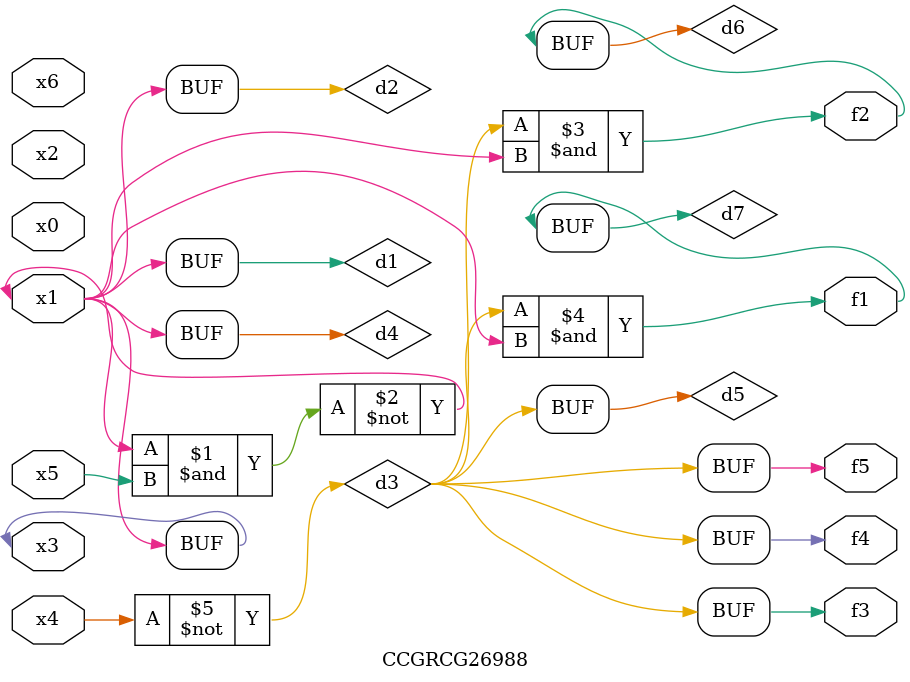
<source format=v>
module CCGRCG26988(
	input x0, x1, x2, x3, x4, x5, x6,
	output f1, f2, f3, f4, f5
);

	wire d1, d2, d3, d4, d5, d6, d7;

	buf (d1, x1, x3);
	nand (d2, x1, x5);
	not (d3, x4);
	buf (d4, d1, d2);
	buf (d5, d3);
	and (d6, d3, d4);
	and (d7, d3, d4);
	assign f1 = d7;
	assign f2 = d6;
	assign f3 = d5;
	assign f4 = d5;
	assign f5 = d5;
endmodule

</source>
